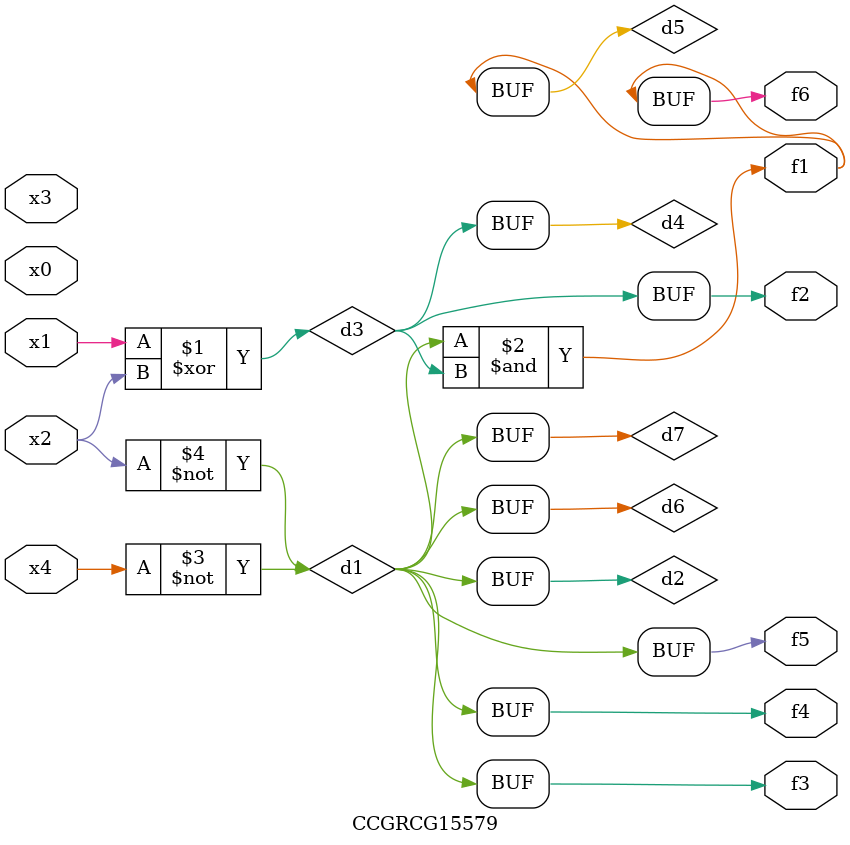
<source format=v>
module CCGRCG15579(
	input x0, x1, x2, x3, x4,
	output f1, f2, f3, f4, f5, f6
);

	wire d1, d2, d3, d4, d5, d6, d7;

	not (d1, x4);
	not (d2, x2);
	xor (d3, x1, x2);
	buf (d4, d3);
	and (d5, d1, d3);
	buf (d6, d1, d2);
	buf (d7, d2);
	assign f1 = d5;
	assign f2 = d4;
	assign f3 = d7;
	assign f4 = d7;
	assign f5 = d7;
	assign f6 = d5;
endmodule

</source>
